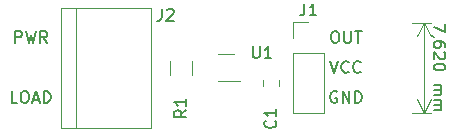
<source format=gbr>
G04 #@! TF.GenerationSoftware,KiCad,Pcbnew,5.1.5*
G04 #@! TF.CreationDate,2020-01-04T21:59:29+01:00*
G04 #@! TF.ProjectId,cs_ina199,63735f69-6e61-4313-9939-2e6b69636164,rev?*
G04 #@! TF.SameCoordinates,Original*
G04 #@! TF.FileFunction,Legend,Top*
G04 #@! TF.FilePolarity,Positive*
%FSLAX46Y46*%
G04 Gerber Fmt 4.6, Leading zero omitted, Abs format (unit mm)*
G04 Created by KiCad (PCBNEW 5.1.5) date 2020-01-04 21:59:29*
%MOMM*%
%LPD*%
G04 APERTURE LIST*
%ADD10C,0.150000*%
%ADD11C,0.120000*%
G04 APERTURE END LIST*
D10*
X163361619Y-81375714D02*
X163361619Y-82042380D01*
X162361619Y-81613809D01*
X162409238Y-82470952D02*
X162361619Y-82470952D01*
X162266380Y-82423333D01*
X162218761Y-82375714D01*
X163361619Y-83328095D02*
X163361619Y-83137619D01*
X163314000Y-83042380D01*
X163266380Y-82994761D01*
X163123523Y-82899523D01*
X162933047Y-82851904D01*
X162552095Y-82851904D01*
X162456857Y-82899523D01*
X162409238Y-82947142D01*
X162361619Y-83042380D01*
X162361619Y-83232857D01*
X162409238Y-83328095D01*
X162456857Y-83375714D01*
X162552095Y-83423333D01*
X162790190Y-83423333D01*
X162885428Y-83375714D01*
X162933047Y-83328095D01*
X162980666Y-83232857D01*
X162980666Y-83042380D01*
X162933047Y-82947142D01*
X162885428Y-82899523D01*
X162790190Y-82851904D01*
X163266380Y-83804285D02*
X163314000Y-83851904D01*
X163361619Y-83947142D01*
X163361619Y-84185238D01*
X163314000Y-84280476D01*
X163266380Y-84328095D01*
X163171142Y-84375714D01*
X163075904Y-84375714D01*
X162933047Y-84328095D01*
X162361619Y-83756666D01*
X162361619Y-84375714D01*
X163361619Y-84994761D02*
X163361619Y-85090000D01*
X163314000Y-85185238D01*
X163266380Y-85232857D01*
X163171142Y-85280476D01*
X162980666Y-85328095D01*
X162742571Y-85328095D01*
X162552095Y-85280476D01*
X162456857Y-85232857D01*
X162409238Y-85185238D01*
X162361619Y-85090000D01*
X162361619Y-84994761D01*
X162409238Y-84899523D01*
X162456857Y-84851904D01*
X162552095Y-84804285D01*
X162742571Y-84756666D01*
X162980666Y-84756666D01*
X163171142Y-84804285D01*
X163266380Y-84851904D01*
X163314000Y-84899523D01*
X163361619Y-84994761D01*
X162361619Y-86518571D02*
X163028285Y-86518571D01*
X162933047Y-86518571D02*
X162980666Y-86566190D01*
X163028285Y-86661428D01*
X163028285Y-86804285D01*
X162980666Y-86899523D01*
X162885428Y-86947142D01*
X162361619Y-86947142D01*
X162885428Y-86947142D02*
X162980666Y-86994761D01*
X163028285Y-87090000D01*
X163028285Y-87232857D01*
X162980666Y-87328095D01*
X162885428Y-87375714D01*
X162361619Y-87375714D01*
X162361619Y-87851904D02*
X163028285Y-87851904D01*
X162933047Y-87851904D02*
X162980666Y-87899523D01*
X163028285Y-87994761D01*
X163028285Y-88137619D01*
X162980666Y-88232857D01*
X162885428Y-88280476D01*
X162361619Y-88280476D01*
X162885428Y-88280476D02*
X162980666Y-88328095D01*
X163028285Y-88423333D01*
X163028285Y-88566190D01*
X162980666Y-88661428D01*
X162885428Y-88709047D01*
X162361619Y-88709047D01*
D11*
X161544000Y-81280000D02*
X161544000Y-88900000D01*
X160528000Y-81280000D02*
X162130421Y-81280000D01*
X160528000Y-88900000D02*
X162130421Y-88900000D01*
X161544000Y-88900000D02*
X160957579Y-87773496D01*
X161544000Y-88900000D02*
X162130421Y-87773496D01*
X161544000Y-81280000D02*
X160957579Y-82406504D01*
X161544000Y-81280000D02*
X162130421Y-82406504D01*
D10*
X127127142Y-88082380D02*
X126650952Y-88082380D01*
X126650952Y-87082380D01*
X127650952Y-87082380D02*
X127841428Y-87082380D01*
X127936666Y-87130000D01*
X128031904Y-87225238D01*
X128079523Y-87415714D01*
X128079523Y-87749047D01*
X128031904Y-87939523D01*
X127936666Y-88034761D01*
X127841428Y-88082380D01*
X127650952Y-88082380D01*
X127555714Y-88034761D01*
X127460476Y-87939523D01*
X127412857Y-87749047D01*
X127412857Y-87415714D01*
X127460476Y-87225238D01*
X127555714Y-87130000D01*
X127650952Y-87082380D01*
X128460476Y-87796666D02*
X128936666Y-87796666D01*
X128365238Y-88082380D02*
X128698571Y-87082380D01*
X129031904Y-88082380D01*
X129365238Y-88082380D02*
X129365238Y-87082380D01*
X129603333Y-87082380D01*
X129746190Y-87130000D01*
X129841428Y-87225238D01*
X129889047Y-87320476D01*
X129936666Y-87510952D01*
X129936666Y-87653809D01*
X129889047Y-87844285D01*
X129841428Y-87939523D01*
X129746190Y-88034761D01*
X129603333Y-88082380D01*
X129365238Y-88082380D01*
X126936666Y-83002380D02*
X126936666Y-82002380D01*
X127317619Y-82002380D01*
X127412857Y-82050000D01*
X127460476Y-82097619D01*
X127508095Y-82192857D01*
X127508095Y-82335714D01*
X127460476Y-82430952D01*
X127412857Y-82478571D01*
X127317619Y-82526190D01*
X126936666Y-82526190D01*
X127841428Y-82002380D02*
X128079523Y-83002380D01*
X128270000Y-82288095D01*
X128460476Y-83002380D01*
X128698571Y-82002380D01*
X129650952Y-83002380D02*
X129317619Y-82526190D01*
X129079523Y-83002380D02*
X129079523Y-82002380D01*
X129460476Y-82002380D01*
X129555714Y-82050000D01*
X129603333Y-82097619D01*
X129650952Y-82192857D01*
X129650952Y-82335714D01*
X129603333Y-82430952D01*
X129555714Y-82478571D01*
X129460476Y-82526190D01*
X129079523Y-82526190D01*
X153940000Y-82002380D02*
X154130476Y-82002380D01*
X154225714Y-82050000D01*
X154320952Y-82145238D01*
X154368571Y-82335714D01*
X154368571Y-82669047D01*
X154320952Y-82859523D01*
X154225714Y-82954761D01*
X154130476Y-83002380D01*
X153940000Y-83002380D01*
X153844761Y-82954761D01*
X153749523Y-82859523D01*
X153701904Y-82669047D01*
X153701904Y-82335714D01*
X153749523Y-82145238D01*
X153844761Y-82050000D01*
X153940000Y-82002380D01*
X154797142Y-82002380D02*
X154797142Y-82811904D01*
X154844761Y-82907142D01*
X154892380Y-82954761D01*
X154987619Y-83002380D01*
X155178095Y-83002380D01*
X155273333Y-82954761D01*
X155320952Y-82907142D01*
X155368571Y-82811904D01*
X155368571Y-82002380D01*
X155701904Y-82002380D02*
X156273333Y-82002380D01*
X155987619Y-83002380D02*
X155987619Y-82002380D01*
X153606666Y-84542380D02*
X153940000Y-85542380D01*
X154273333Y-84542380D01*
X155178095Y-85447142D02*
X155130476Y-85494761D01*
X154987619Y-85542380D01*
X154892380Y-85542380D01*
X154749523Y-85494761D01*
X154654285Y-85399523D01*
X154606666Y-85304285D01*
X154559047Y-85113809D01*
X154559047Y-84970952D01*
X154606666Y-84780476D01*
X154654285Y-84685238D01*
X154749523Y-84590000D01*
X154892380Y-84542380D01*
X154987619Y-84542380D01*
X155130476Y-84590000D01*
X155178095Y-84637619D01*
X156178095Y-85447142D02*
X156130476Y-85494761D01*
X155987619Y-85542380D01*
X155892380Y-85542380D01*
X155749523Y-85494761D01*
X155654285Y-85399523D01*
X155606666Y-85304285D01*
X155559047Y-85113809D01*
X155559047Y-84970952D01*
X155606666Y-84780476D01*
X155654285Y-84685238D01*
X155749523Y-84590000D01*
X155892380Y-84542380D01*
X155987619Y-84542380D01*
X156130476Y-84590000D01*
X156178095Y-84637619D01*
X154178095Y-87130000D02*
X154082857Y-87082380D01*
X153940000Y-87082380D01*
X153797142Y-87130000D01*
X153701904Y-87225238D01*
X153654285Y-87320476D01*
X153606666Y-87510952D01*
X153606666Y-87653809D01*
X153654285Y-87844285D01*
X153701904Y-87939523D01*
X153797142Y-88034761D01*
X153940000Y-88082380D01*
X154035238Y-88082380D01*
X154178095Y-88034761D01*
X154225714Y-87987142D01*
X154225714Y-87653809D01*
X154035238Y-87653809D01*
X154654285Y-88082380D02*
X154654285Y-87082380D01*
X155225714Y-88082380D01*
X155225714Y-87082380D01*
X155701904Y-88082380D02*
X155701904Y-87082380D01*
X155940000Y-87082380D01*
X156082857Y-87130000D01*
X156178095Y-87225238D01*
X156225714Y-87320476D01*
X156273333Y-87510952D01*
X156273333Y-87653809D01*
X156225714Y-87844285D01*
X156178095Y-87939523D01*
X156082857Y-88034761D01*
X155940000Y-88082380D01*
X155701904Y-88082380D01*
D11*
X147880000Y-86098748D02*
X147880000Y-86621252D01*
X149300000Y-86098748D02*
X149300000Y-86621252D01*
X145480000Y-83930000D02*
X144080000Y-83930000D01*
X144080000Y-86250000D02*
X145980000Y-86250000D01*
X140060000Y-84487936D02*
X140060000Y-85692064D01*
X141880000Y-84487936D02*
X141880000Y-85692064D01*
X130810000Y-80010000D02*
X130810000Y-90170000D01*
X138430000Y-80010000D02*
X130810000Y-80010000D01*
X138430000Y-90170000D02*
X138430000Y-80010000D01*
X130810000Y-90170000D02*
X138430000Y-90170000D01*
X132080000Y-90170000D02*
X132080000Y-80010000D01*
X150435000Y-81220000D02*
X151765000Y-81220000D01*
X150435000Y-82550000D02*
X150435000Y-81220000D01*
X150435000Y-83820000D02*
X153095000Y-83820000D01*
X153095000Y-83820000D02*
X153095000Y-88960000D01*
X150435000Y-83820000D02*
X150435000Y-88960000D01*
X150435000Y-88960000D02*
X153095000Y-88960000D01*
D10*
X148947142Y-89574666D02*
X148994761Y-89622285D01*
X149042380Y-89765142D01*
X149042380Y-89860380D01*
X148994761Y-90003238D01*
X148899523Y-90098476D01*
X148804285Y-90146095D01*
X148613809Y-90193714D01*
X148470952Y-90193714D01*
X148280476Y-90146095D01*
X148185238Y-90098476D01*
X148090000Y-90003238D01*
X148042380Y-89860380D01*
X148042380Y-89765142D01*
X148090000Y-89622285D01*
X148137619Y-89574666D01*
X149042380Y-88622285D02*
X149042380Y-89193714D01*
X149042380Y-88908000D02*
X148042380Y-88908000D01*
X148185238Y-89003238D01*
X148280476Y-89098476D01*
X148328095Y-89193714D01*
X147066095Y-83272380D02*
X147066095Y-84081904D01*
X147113714Y-84177142D01*
X147161333Y-84224761D01*
X147256571Y-84272380D01*
X147447047Y-84272380D01*
X147542285Y-84224761D01*
X147589904Y-84177142D01*
X147637523Y-84081904D01*
X147637523Y-83272380D01*
X148637523Y-84272380D02*
X148066095Y-84272380D01*
X148351809Y-84272380D02*
X148351809Y-83272380D01*
X148256571Y-83415238D01*
X148161333Y-83510476D01*
X148066095Y-83558095D01*
X141422380Y-88685666D02*
X140946190Y-89019000D01*
X141422380Y-89257095D02*
X140422380Y-89257095D01*
X140422380Y-88876142D01*
X140470000Y-88780904D01*
X140517619Y-88733285D01*
X140612857Y-88685666D01*
X140755714Y-88685666D01*
X140850952Y-88733285D01*
X140898571Y-88780904D01*
X140946190Y-88876142D01*
X140946190Y-89257095D01*
X141422380Y-87733285D02*
X141422380Y-88304714D01*
X141422380Y-88019000D02*
X140422380Y-88019000D01*
X140565238Y-88114238D01*
X140660476Y-88209476D01*
X140708095Y-88304714D01*
X139366666Y-80097380D02*
X139366666Y-80811666D01*
X139319047Y-80954523D01*
X139223809Y-81049761D01*
X139080952Y-81097380D01*
X138985714Y-81097380D01*
X139795238Y-80192619D02*
X139842857Y-80145000D01*
X139938095Y-80097380D01*
X140176190Y-80097380D01*
X140271428Y-80145000D01*
X140319047Y-80192619D01*
X140366666Y-80287857D01*
X140366666Y-80383095D01*
X140319047Y-80525952D01*
X139747619Y-81097380D01*
X140366666Y-81097380D01*
X151431666Y-79672380D02*
X151431666Y-80386666D01*
X151384047Y-80529523D01*
X151288809Y-80624761D01*
X151145952Y-80672380D01*
X151050714Y-80672380D01*
X152431666Y-80672380D02*
X151860238Y-80672380D01*
X152145952Y-80672380D02*
X152145952Y-79672380D01*
X152050714Y-79815238D01*
X151955476Y-79910476D01*
X151860238Y-79958095D01*
M02*

</source>
